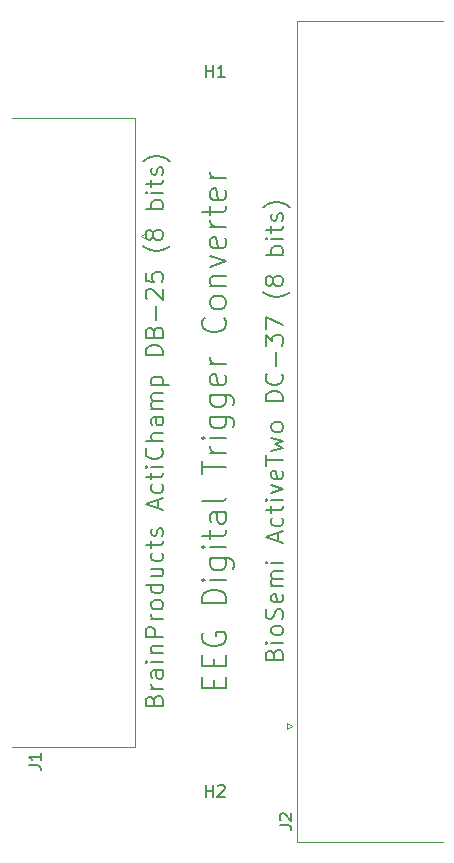
<source format=gbr>
%TF.GenerationSoftware,KiCad,Pcbnew,5.1.9-73d0e3b20d~88~ubuntu18.04.1*%
%TF.CreationDate,2021-09-13T22:15:05-04:00*%
%TF.ProjectId,adapter,61646170-7465-4722-9e6b-696361645f70,rev?*%
%TF.SameCoordinates,Original*%
%TF.FileFunction,Legend,Top*%
%TF.FilePolarity,Positive*%
%FSLAX46Y46*%
G04 Gerber Fmt 4.6, Leading zero omitted, Abs format (unit mm)*
G04 Created by KiCad (PCBNEW 5.1.9-73d0e3b20d~88~ubuntu18.04.1) date 2021-09-13 22:15:05*
%MOMM*%
%LPD*%
G01*
G04 APERTURE LIST*
%ADD10C,0.150000*%
%ADD11C,0.120000*%
G04 APERTURE END LIST*
D10*
X101457142Y-113154285D02*
X101457142Y-112487619D01*
X102504761Y-112201904D02*
X102504761Y-113154285D01*
X100504761Y-113154285D01*
X100504761Y-112201904D01*
X101457142Y-111344761D02*
X101457142Y-110678095D01*
X102504761Y-110392380D02*
X102504761Y-111344761D01*
X100504761Y-111344761D01*
X100504761Y-110392380D01*
X100600000Y-108487619D02*
X100504761Y-108678095D01*
X100504761Y-108963809D01*
X100600000Y-109249523D01*
X100790476Y-109440000D01*
X100980952Y-109535238D01*
X101361904Y-109630476D01*
X101647619Y-109630476D01*
X102028571Y-109535238D01*
X102219047Y-109440000D01*
X102409523Y-109249523D01*
X102504761Y-108963809D01*
X102504761Y-108773333D01*
X102409523Y-108487619D01*
X102314285Y-108392380D01*
X101647619Y-108392380D01*
X101647619Y-108773333D01*
X102504761Y-106011428D02*
X100504761Y-106011428D01*
X100504761Y-105535238D01*
X100600000Y-105249523D01*
X100790476Y-105059047D01*
X100980952Y-104963809D01*
X101361904Y-104868571D01*
X101647619Y-104868571D01*
X102028571Y-104963809D01*
X102219047Y-105059047D01*
X102409523Y-105249523D01*
X102504761Y-105535238D01*
X102504761Y-106011428D01*
X102504761Y-104011428D02*
X101171428Y-104011428D01*
X100504761Y-104011428D02*
X100600000Y-104106666D01*
X100695238Y-104011428D01*
X100600000Y-103916190D01*
X100504761Y-104011428D01*
X100695238Y-104011428D01*
X101171428Y-102201904D02*
X102790476Y-102201904D01*
X102980952Y-102297142D01*
X103076190Y-102392380D01*
X103171428Y-102582857D01*
X103171428Y-102868571D01*
X103076190Y-103059047D01*
X102409523Y-102201904D02*
X102504761Y-102392380D01*
X102504761Y-102773333D01*
X102409523Y-102963809D01*
X102314285Y-103059047D01*
X102123809Y-103154285D01*
X101552380Y-103154285D01*
X101361904Y-103059047D01*
X101266666Y-102963809D01*
X101171428Y-102773333D01*
X101171428Y-102392380D01*
X101266666Y-102201904D01*
X102504761Y-101249523D02*
X101171428Y-101249523D01*
X100504761Y-101249523D02*
X100600000Y-101344761D01*
X100695238Y-101249523D01*
X100600000Y-101154285D01*
X100504761Y-101249523D01*
X100695238Y-101249523D01*
X101171428Y-100582857D02*
X101171428Y-99820952D01*
X100504761Y-100297142D02*
X102219047Y-100297142D01*
X102409523Y-100201904D01*
X102504761Y-100011428D01*
X102504761Y-99820952D01*
X102504761Y-98297142D02*
X101457142Y-98297142D01*
X101266666Y-98392380D01*
X101171428Y-98582857D01*
X101171428Y-98963809D01*
X101266666Y-99154285D01*
X102409523Y-98297142D02*
X102504761Y-98487619D01*
X102504761Y-98963809D01*
X102409523Y-99154285D01*
X102219047Y-99249523D01*
X102028571Y-99249523D01*
X101838095Y-99154285D01*
X101742857Y-98963809D01*
X101742857Y-98487619D01*
X101647619Y-98297142D01*
X102504761Y-97059047D02*
X102409523Y-97249523D01*
X102219047Y-97344761D01*
X100504761Y-97344761D01*
X100504761Y-95059047D02*
X100504761Y-93916190D01*
X102504761Y-94487619D02*
X100504761Y-94487619D01*
X102504761Y-93249523D02*
X101171428Y-93249523D01*
X101552380Y-93249523D02*
X101361904Y-93154285D01*
X101266666Y-93059047D01*
X101171428Y-92868571D01*
X101171428Y-92678095D01*
X102504761Y-92011428D02*
X101171428Y-92011428D01*
X100504761Y-92011428D02*
X100600000Y-92106666D01*
X100695238Y-92011428D01*
X100600000Y-91916190D01*
X100504761Y-92011428D01*
X100695238Y-92011428D01*
X101171428Y-90201904D02*
X102790476Y-90201904D01*
X102980952Y-90297142D01*
X103076190Y-90392380D01*
X103171428Y-90582857D01*
X103171428Y-90868571D01*
X103076190Y-91059047D01*
X102409523Y-90201904D02*
X102504761Y-90392380D01*
X102504761Y-90773333D01*
X102409523Y-90963809D01*
X102314285Y-91059047D01*
X102123809Y-91154285D01*
X101552380Y-91154285D01*
X101361904Y-91059047D01*
X101266666Y-90963809D01*
X101171428Y-90773333D01*
X101171428Y-90392380D01*
X101266666Y-90201904D01*
X101171428Y-88392380D02*
X102790476Y-88392380D01*
X102980952Y-88487619D01*
X103076190Y-88582857D01*
X103171428Y-88773333D01*
X103171428Y-89059047D01*
X103076190Y-89249523D01*
X102409523Y-88392380D02*
X102504761Y-88582857D01*
X102504761Y-88963809D01*
X102409523Y-89154285D01*
X102314285Y-89249523D01*
X102123809Y-89344761D01*
X101552380Y-89344761D01*
X101361904Y-89249523D01*
X101266666Y-89154285D01*
X101171428Y-88963809D01*
X101171428Y-88582857D01*
X101266666Y-88392380D01*
X102409523Y-86678095D02*
X102504761Y-86868571D01*
X102504761Y-87249523D01*
X102409523Y-87440000D01*
X102219047Y-87535238D01*
X101457142Y-87535238D01*
X101266666Y-87440000D01*
X101171428Y-87249523D01*
X101171428Y-86868571D01*
X101266666Y-86678095D01*
X101457142Y-86582857D01*
X101647619Y-86582857D01*
X101838095Y-87535238D01*
X102504761Y-85725714D02*
X101171428Y-85725714D01*
X101552380Y-85725714D02*
X101361904Y-85630476D01*
X101266666Y-85535238D01*
X101171428Y-85344761D01*
X101171428Y-85154285D01*
X102314285Y-81820952D02*
X102409523Y-81916190D01*
X102504761Y-82201904D01*
X102504761Y-82392380D01*
X102409523Y-82678095D01*
X102219047Y-82868571D01*
X102028571Y-82963809D01*
X101647619Y-83059047D01*
X101361904Y-83059047D01*
X100980952Y-82963809D01*
X100790476Y-82868571D01*
X100600000Y-82678095D01*
X100504761Y-82392380D01*
X100504761Y-82201904D01*
X100600000Y-81916190D01*
X100695238Y-81820952D01*
X102504761Y-80678095D02*
X102409523Y-80868571D01*
X102314285Y-80963809D01*
X102123809Y-81059047D01*
X101552380Y-81059047D01*
X101361904Y-80963809D01*
X101266666Y-80868571D01*
X101171428Y-80678095D01*
X101171428Y-80392380D01*
X101266666Y-80201904D01*
X101361904Y-80106666D01*
X101552380Y-80011428D01*
X102123809Y-80011428D01*
X102314285Y-80106666D01*
X102409523Y-80201904D01*
X102504761Y-80392380D01*
X102504761Y-80678095D01*
X101171428Y-79154285D02*
X102504761Y-79154285D01*
X101361904Y-79154285D02*
X101266666Y-79059047D01*
X101171428Y-78868571D01*
X101171428Y-78582857D01*
X101266666Y-78392380D01*
X101457142Y-78297142D01*
X102504761Y-78297142D01*
X101171428Y-77535238D02*
X102504761Y-77059047D01*
X101171428Y-76582857D01*
X102409523Y-75059047D02*
X102504761Y-75249523D01*
X102504761Y-75630476D01*
X102409523Y-75820952D01*
X102219047Y-75916190D01*
X101457142Y-75916190D01*
X101266666Y-75820952D01*
X101171428Y-75630476D01*
X101171428Y-75249523D01*
X101266666Y-75059047D01*
X101457142Y-74963809D01*
X101647619Y-74963809D01*
X101838095Y-75916190D01*
X102504761Y-74106666D02*
X101171428Y-74106666D01*
X101552380Y-74106666D02*
X101361904Y-74011428D01*
X101266666Y-73916190D01*
X101171428Y-73725714D01*
X101171428Y-73535238D01*
X101171428Y-73154285D02*
X101171428Y-72392380D01*
X100504761Y-72868571D02*
X102219047Y-72868571D01*
X102409523Y-72773333D01*
X102504761Y-72582857D01*
X102504761Y-72392380D01*
X102409523Y-70963809D02*
X102504761Y-71154285D01*
X102504761Y-71535238D01*
X102409523Y-71725714D01*
X102219047Y-71820952D01*
X101457142Y-71820952D01*
X101266666Y-71725714D01*
X101171428Y-71535238D01*
X101171428Y-71154285D01*
X101266666Y-70963809D01*
X101457142Y-70868571D01*
X101647619Y-70868571D01*
X101838095Y-71820952D01*
X102504761Y-70011428D02*
X101171428Y-70011428D01*
X101552380Y-70011428D02*
X101361904Y-69916190D01*
X101266666Y-69820952D01*
X101171428Y-69630476D01*
X101171428Y-69440000D01*
X106572857Y-110332857D02*
X106644285Y-110118571D01*
X106715714Y-110047142D01*
X106858571Y-109975714D01*
X107072857Y-109975714D01*
X107215714Y-110047142D01*
X107287142Y-110118571D01*
X107358571Y-110261428D01*
X107358571Y-110832857D01*
X105858571Y-110832857D01*
X105858571Y-110332857D01*
X105930000Y-110190000D01*
X106001428Y-110118571D01*
X106144285Y-110047142D01*
X106287142Y-110047142D01*
X106430000Y-110118571D01*
X106501428Y-110190000D01*
X106572857Y-110332857D01*
X106572857Y-110832857D01*
X107358571Y-109332857D02*
X106358571Y-109332857D01*
X105858571Y-109332857D02*
X105930000Y-109404285D01*
X106001428Y-109332857D01*
X105930000Y-109261428D01*
X105858571Y-109332857D01*
X106001428Y-109332857D01*
X107358571Y-108404285D02*
X107287142Y-108547142D01*
X107215714Y-108618571D01*
X107072857Y-108690000D01*
X106644285Y-108690000D01*
X106501428Y-108618571D01*
X106430000Y-108547142D01*
X106358571Y-108404285D01*
X106358571Y-108190000D01*
X106430000Y-108047142D01*
X106501428Y-107975714D01*
X106644285Y-107904285D01*
X107072857Y-107904285D01*
X107215714Y-107975714D01*
X107287142Y-108047142D01*
X107358571Y-108190000D01*
X107358571Y-108404285D01*
X107287142Y-107332857D02*
X107358571Y-107118571D01*
X107358571Y-106761428D01*
X107287142Y-106618571D01*
X107215714Y-106547142D01*
X107072857Y-106475714D01*
X106930000Y-106475714D01*
X106787142Y-106547142D01*
X106715714Y-106618571D01*
X106644285Y-106761428D01*
X106572857Y-107047142D01*
X106501428Y-107190000D01*
X106430000Y-107261428D01*
X106287142Y-107332857D01*
X106144285Y-107332857D01*
X106001428Y-107261428D01*
X105930000Y-107190000D01*
X105858571Y-107047142D01*
X105858571Y-106690000D01*
X105930000Y-106475714D01*
X107287142Y-105261428D02*
X107358571Y-105404285D01*
X107358571Y-105690000D01*
X107287142Y-105832857D01*
X107144285Y-105904285D01*
X106572857Y-105904285D01*
X106430000Y-105832857D01*
X106358571Y-105690000D01*
X106358571Y-105404285D01*
X106430000Y-105261428D01*
X106572857Y-105190000D01*
X106715714Y-105190000D01*
X106858571Y-105904285D01*
X107358571Y-104547142D02*
X106358571Y-104547142D01*
X106501428Y-104547142D02*
X106430000Y-104475714D01*
X106358571Y-104332857D01*
X106358571Y-104118571D01*
X106430000Y-103975714D01*
X106572857Y-103904285D01*
X107358571Y-103904285D01*
X106572857Y-103904285D02*
X106430000Y-103832857D01*
X106358571Y-103690000D01*
X106358571Y-103475714D01*
X106430000Y-103332857D01*
X106572857Y-103261428D01*
X107358571Y-103261428D01*
X107358571Y-102547142D02*
X106358571Y-102547142D01*
X105858571Y-102547142D02*
X105930000Y-102618571D01*
X106001428Y-102547142D01*
X105930000Y-102475714D01*
X105858571Y-102547142D01*
X106001428Y-102547142D01*
X106930000Y-100761428D02*
X106930000Y-100047142D01*
X107358571Y-100904285D02*
X105858571Y-100404285D01*
X107358571Y-99904285D01*
X107287142Y-98761428D02*
X107358571Y-98904285D01*
X107358571Y-99190000D01*
X107287142Y-99332857D01*
X107215714Y-99404285D01*
X107072857Y-99475714D01*
X106644285Y-99475714D01*
X106501428Y-99404285D01*
X106430000Y-99332857D01*
X106358571Y-99190000D01*
X106358571Y-98904285D01*
X106430000Y-98761428D01*
X106358571Y-98332857D02*
X106358571Y-97761428D01*
X105858571Y-98118571D02*
X107144285Y-98118571D01*
X107287142Y-98047142D01*
X107358571Y-97904285D01*
X107358571Y-97761428D01*
X107358571Y-97261428D02*
X106358571Y-97261428D01*
X105858571Y-97261428D02*
X105930000Y-97332857D01*
X106001428Y-97261428D01*
X105930000Y-97190000D01*
X105858571Y-97261428D01*
X106001428Y-97261428D01*
X106358571Y-96690000D02*
X107358571Y-96332857D01*
X106358571Y-95975714D01*
X107287142Y-94832857D02*
X107358571Y-94975714D01*
X107358571Y-95261428D01*
X107287142Y-95404285D01*
X107144285Y-95475714D01*
X106572857Y-95475714D01*
X106430000Y-95404285D01*
X106358571Y-95261428D01*
X106358571Y-94975714D01*
X106430000Y-94832857D01*
X106572857Y-94761428D01*
X106715714Y-94761428D01*
X106858571Y-95475714D01*
X105858571Y-94332857D02*
X105858571Y-93475714D01*
X107358571Y-93904285D02*
X105858571Y-93904285D01*
X106358571Y-93118571D02*
X107358571Y-92832857D01*
X106644285Y-92547142D01*
X107358571Y-92261428D01*
X106358571Y-91975714D01*
X107358571Y-91190000D02*
X107287142Y-91332857D01*
X107215714Y-91404285D01*
X107072857Y-91475714D01*
X106644285Y-91475714D01*
X106501428Y-91404285D01*
X106430000Y-91332857D01*
X106358571Y-91190000D01*
X106358571Y-90975714D01*
X106430000Y-90832857D01*
X106501428Y-90761428D01*
X106644285Y-90690000D01*
X107072857Y-90690000D01*
X107215714Y-90761428D01*
X107287142Y-90832857D01*
X107358571Y-90975714D01*
X107358571Y-91190000D01*
X107358571Y-88904285D02*
X105858571Y-88904285D01*
X105858571Y-88547142D01*
X105930000Y-88332857D01*
X106072857Y-88190000D01*
X106215714Y-88118571D01*
X106501428Y-88047142D01*
X106715714Y-88047142D01*
X107001428Y-88118571D01*
X107144285Y-88190000D01*
X107287142Y-88332857D01*
X107358571Y-88547142D01*
X107358571Y-88904285D01*
X107215714Y-86547142D02*
X107287142Y-86618571D01*
X107358571Y-86832857D01*
X107358571Y-86975714D01*
X107287142Y-87190000D01*
X107144285Y-87332857D01*
X107001428Y-87404285D01*
X106715714Y-87475714D01*
X106501428Y-87475714D01*
X106215714Y-87404285D01*
X106072857Y-87332857D01*
X105930000Y-87190000D01*
X105858571Y-86975714D01*
X105858571Y-86832857D01*
X105930000Y-86618571D01*
X106001428Y-86547142D01*
X106787142Y-85904285D02*
X106787142Y-84761428D01*
X105858571Y-84190000D02*
X105858571Y-83261428D01*
X106430000Y-83761428D01*
X106430000Y-83547142D01*
X106501428Y-83404285D01*
X106572857Y-83332857D01*
X106715714Y-83261428D01*
X107072857Y-83261428D01*
X107215714Y-83332857D01*
X107287142Y-83404285D01*
X107358571Y-83547142D01*
X107358571Y-83975714D01*
X107287142Y-84118571D01*
X107215714Y-84190000D01*
X105858571Y-82761428D02*
X105858571Y-81761428D01*
X107358571Y-82404285D01*
X107930000Y-79618571D02*
X107858571Y-79690000D01*
X107644285Y-79832857D01*
X107501428Y-79904285D01*
X107287142Y-79975714D01*
X106930000Y-80047142D01*
X106644285Y-80047142D01*
X106287142Y-79975714D01*
X106072857Y-79904285D01*
X105930000Y-79832857D01*
X105715714Y-79690000D01*
X105644285Y-79618571D01*
X106501428Y-78832857D02*
X106430000Y-78975714D01*
X106358571Y-79047142D01*
X106215714Y-79118571D01*
X106144285Y-79118571D01*
X106001428Y-79047142D01*
X105930000Y-78975714D01*
X105858571Y-78832857D01*
X105858571Y-78547142D01*
X105930000Y-78404285D01*
X106001428Y-78332857D01*
X106144285Y-78261428D01*
X106215714Y-78261428D01*
X106358571Y-78332857D01*
X106430000Y-78404285D01*
X106501428Y-78547142D01*
X106501428Y-78832857D01*
X106572857Y-78975714D01*
X106644285Y-79047142D01*
X106787142Y-79118571D01*
X107072857Y-79118571D01*
X107215714Y-79047142D01*
X107287142Y-78975714D01*
X107358571Y-78832857D01*
X107358571Y-78547142D01*
X107287142Y-78404285D01*
X107215714Y-78332857D01*
X107072857Y-78261428D01*
X106787142Y-78261428D01*
X106644285Y-78332857D01*
X106572857Y-78404285D01*
X106501428Y-78547142D01*
X107358571Y-76475714D02*
X105858571Y-76475714D01*
X106430000Y-76475714D02*
X106358571Y-76332857D01*
X106358571Y-76047142D01*
X106430000Y-75904285D01*
X106501428Y-75832857D01*
X106644285Y-75761428D01*
X107072857Y-75761428D01*
X107215714Y-75832857D01*
X107287142Y-75904285D01*
X107358571Y-76047142D01*
X107358571Y-76332857D01*
X107287142Y-76475714D01*
X107358571Y-75118571D02*
X106358571Y-75118571D01*
X105858571Y-75118571D02*
X105930000Y-75190000D01*
X106001428Y-75118571D01*
X105930000Y-75047142D01*
X105858571Y-75118571D01*
X106001428Y-75118571D01*
X106358571Y-74618571D02*
X106358571Y-74047142D01*
X105858571Y-74404285D02*
X107144285Y-74404285D01*
X107287142Y-74332857D01*
X107358571Y-74190000D01*
X107358571Y-74047142D01*
X107287142Y-73618571D02*
X107358571Y-73475714D01*
X107358571Y-73190000D01*
X107287142Y-73047142D01*
X107144285Y-72975714D01*
X107072857Y-72975714D01*
X106930000Y-73047142D01*
X106858571Y-73190000D01*
X106858571Y-73404285D01*
X106787142Y-73547142D01*
X106644285Y-73618571D01*
X106572857Y-73618571D01*
X106430000Y-73547142D01*
X106358571Y-73404285D01*
X106358571Y-73190000D01*
X106430000Y-73047142D01*
X107930000Y-72475714D02*
X107858571Y-72404285D01*
X107644285Y-72261428D01*
X107501428Y-72190000D01*
X107287142Y-72118571D01*
X106930000Y-72047142D01*
X106644285Y-72047142D01*
X106287142Y-72118571D01*
X106072857Y-72190000D01*
X105930000Y-72261428D01*
X105715714Y-72404285D01*
X105644285Y-72475714D01*
X96412857Y-114225714D02*
X96484285Y-114011428D01*
X96555714Y-113940000D01*
X96698571Y-113868571D01*
X96912857Y-113868571D01*
X97055714Y-113940000D01*
X97127142Y-114011428D01*
X97198571Y-114154285D01*
X97198571Y-114725714D01*
X95698571Y-114725714D01*
X95698571Y-114225714D01*
X95770000Y-114082857D01*
X95841428Y-114011428D01*
X95984285Y-113940000D01*
X96127142Y-113940000D01*
X96270000Y-114011428D01*
X96341428Y-114082857D01*
X96412857Y-114225714D01*
X96412857Y-114725714D01*
X97198571Y-113225714D02*
X96198571Y-113225714D01*
X96484285Y-113225714D02*
X96341428Y-113154285D01*
X96270000Y-113082857D01*
X96198571Y-112940000D01*
X96198571Y-112797142D01*
X97198571Y-111654285D02*
X96412857Y-111654285D01*
X96270000Y-111725714D01*
X96198571Y-111868571D01*
X96198571Y-112154285D01*
X96270000Y-112297142D01*
X97127142Y-111654285D02*
X97198571Y-111797142D01*
X97198571Y-112154285D01*
X97127142Y-112297142D01*
X96984285Y-112368571D01*
X96841428Y-112368571D01*
X96698571Y-112297142D01*
X96627142Y-112154285D01*
X96627142Y-111797142D01*
X96555714Y-111654285D01*
X97198571Y-110940000D02*
X96198571Y-110940000D01*
X95698571Y-110940000D02*
X95770000Y-111011428D01*
X95841428Y-110940000D01*
X95770000Y-110868571D01*
X95698571Y-110940000D01*
X95841428Y-110940000D01*
X96198571Y-110225714D02*
X97198571Y-110225714D01*
X96341428Y-110225714D02*
X96270000Y-110154285D01*
X96198571Y-110011428D01*
X96198571Y-109797142D01*
X96270000Y-109654285D01*
X96412857Y-109582857D01*
X97198571Y-109582857D01*
X97198571Y-108868571D02*
X95698571Y-108868571D01*
X95698571Y-108297142D01*
X95770000Y-108154285D01*
X95841428Y-108082857D01*
X95984285Y-108011428D01*
X96198571Y-108011428D01*
X96341428Y-108082857D01*
X96412857Y-108154285D01*
X96484285Y-108297142D01*
X96484285Y-108868571D01*
X97198571Y-107368571D02*
X96198571Y-107368571D01*
X96484285Y-107368571D02*
X96341428Y-107297142D01*
X96270000Y-107225714D01*
X96198571Y-107082857D01*
X96198571Y-106940000D01*
X97198571Y-106225714D02*
X97127142Y-106368571D01*
X97055714Y-106440000D01*
X96912857Y-106511428D01*
X96484285Y-106511428D01*
X96341428Y-106440000D01*
X96270000Y-106368571D01*
X96198571Y-106225714D01*
X96198571Y-106011428D01*
X96270000Y-105868571D01*
X96341428Y-105797142D01*
X96484285Y-105725714D01*
X96912857Y-105725714D01*
X97055714Y-105797142D01*
X97127142Y-105868571D01*
X97198571Y-106011428D01*
X97198571Y-106225714D01*
X97198571Y-104440000D02*
X95698571Y-104440000D01*
X97127142Y-104440000D02*
X97198571Y-104582857D01*
X97198571Y-104868571D01*
X97127142Y-105011428D01*
X97055714Y-105082857D01*
X96912857Y-105154285D01*
X96484285Y-105154285D01*
X96341428Y-105082857D01*
X96270000Y-105011428D01*
X96198571Y-104868571D01*
X96198571Y-104582857D01*
X96270000Y-104440000D01*
X96198571Y-103082857D02*
X97198571Y-103082857D01*
X96198571Y-103725714D02*
X96984285Y-103725714D01*
X97127142Y-103654285D01*
X97198571Y-103511428D01*
X97198571Y-103297142D01*
X97127142Y-103154285D01*
X97055714Y-103082857D01*
X97127142Y-101725714D02*
X97198571Y-101868571D01*
X97198571Y-102154285D01*
X97127142Y-102297142D01*
X97055714Y-102368571D01*
X96912857Y-102440000D01*
X96484285Y-102440000D01*
X96341428Y-102368571D01*
X96270000Y-102297142D01*
X96198571Y-102154285D01*
X96198571Y-101868571D01*
X96270000Y-101725714D01*
X96198571Y-101297142D02*
X96198571Y-100725714D01*
X95698571Y-101082857D02*
X96984285Y-101082857D01*
X97127142Y-101011428D01*
X97198571Y-100868571D01*
X97198571Y-100725714D01*
X97127142Y-100297142D02*
X97198571Y-100154285D01*
X97198571Y-99868571D01*
X97127142Y-99725714D01*
X96984285Y-99654285D01*
X96912857Y-99654285D01*
X96770000Y-99725714D01*
X96698571Y-99868571D01*
X96698571Y-100082857D01*
X96627142Y-100225714D01*
X96484285Y-100297142D01*
X96412857Y-100297142D01*
X96270000Y-100225714D01*
X96198571Y-100082857D01*
X96198571Y-99868571D01*
X96270000Y-99725714D01*
X96770000Y-97940000D02*
X96770000Y-97225714D01*
X97198571Y-98082857D02*
X95698571Y-97582857D01*
X97198571Y-97082857D01*
X97127142Y-95940000D02*
X97198571Y-96082857D01*
X97198571Y-96368571D01*
X97127142Y-96511428D01*
X97055714Y-96582857D01*
X96912857Y-96654285D01*
X96484285Y-96654285D01*
X96341428Y-96582857D01*
X96270000Y-96511428D01*
X96198571Y-96368571D01*
X96198571Y-96082857D01*
X96270000Y-95940000D01*
X96198571Y-95511428D02*
X96198571Y-94940000D01*
X95698571Y-95297142D02*
X96984285Y-95297142D01*
X97127142Y-95225714D01*
X97198571Y-95082857D01*
X97198571Y-94940000D01*
X97198571Y-94440000D02*
X96198571Y-94440000D01*
X95698571Y-94440000D02*
X95770000Y-94511428D01*
X95841428Y-94440000D01*
X95770000Y-94368571D01*
X95698571Y-94440000D01*
X95841428Y-94440000D01*
X97055714Y-92868571D02*
X97127142Y-92940000D01*
X97198571Y-93154285D01*
X97198571Y-93297142D01*
X97127142Y-93511428D01*
X96984285Y-93654285D01*
X96841428Y-93725714D01*
X96555714Y-93797142D01*
X96341428Y-93797142D01*
X96055714Y-93725714D01*
X95912857Y-93654285D01*
X95770000Y-93511428D01*
X95698571Y-93297142D01*
X95698571Y-93154285D01*
X95770000Y-92940000D01*
X95841428Y-92868571D01*
X97198571Y-92225714D02*
X95698571Y-92225714D01*
X97198571Y-91582857D02*
X96412857Y-91582857D01*
X96270000Y-91654285D01*
X96198571Y-91797142D01*
X96198571Y-92011428D01*
X96270000Y-92154285D01*
X96341428Y-92225714D01*
X97198571Y-90225714D02*
X96412857Y-90225714D01*
X96270000Y-90297142D01*
X96198571Y-90440000D01*
X96198571Y-90725714D01*
X96270000Y-90868571D01*
X97127142Y-90225714D02*
X97198571Y-90368571D01*
X97198571Y-90725714D01*
X97127142Y-90868571D01*
X96984285Y-90940000D01*
X96841428Y-90940000D01*
X96698571Y-90868571D01*
X96627142Y-90725714D01*
X96627142Y-90368571D01*
X96555714Y-90225714D01*
X97198571Y-89511428D02*
X96198571Y-89511428D01*
X96341428Y-89511428D02*
X96270000Y-89440000D01*
X96198571Y-89297142D01*
X96198571Y-89082857D01*
X96270000Y-88940000D01*
X96412857Y-88868571D01*
X97198571Y-88868571D01*
X96412857Y-88868571D02*
X96270000Y-88797142D01*
X96198571Y-88654285D01*
X96198571Y-88440000D01*
X96270000Y-88297142D01*
X96412857Y-88225714D01*
X97198571Y-88225714D01*
X96198571Y-87511428D02*
X97698571Y-87511428D01*
X96270000Y-87511428D02*
X96198571Y-87368571D01*
X96198571Y-87082857D01*
X96270000Y-86940000D01*
X96341428Y-86868571D01*
X96484285Y-86797142D01*
X96912857Y-86797142D01*
X97055714Y-86868571D01*
X97127142Y-86940000D01*
X97198571Y-87082857D01*
X97198571Y-87368571D01*
X97127142Y-87511428D01*
X97198571Y-85011428D02*
X95698571Y-85011428D01*
X95698571Y-84654285D01*
X95770000Y-84440000D01*
X95912857Y-84297142D01*
X96055714Y-84225714D01*
X96341428Y-84154285D01*
X96555714Y-84154285D01*
X96841428Y-84225714D01*
X96984285Y-84297142D01*
X97127142Y-84440000D01*
X97198571Y-84654285D01*
X97198571Y-85011428D01*
X96412857Y-83011428D02*
X96484285Y-82797142D01*
X96555714Y-82725714D01*
X96698571Y-82654285D01*
X96912857Y-82654285D01*
X97055714Y-82725714D01*
X97127142Y-82797142D01*
X97198571Y-82940000D01*
X97198571Y-83511428D01*
X95698571Y-83511428D01*
X95698571Y-83011428D01*
X95770000Y-82868571D01*
X95841428Y-82797142D01*
X95984285Y-82725714D01*
X96127142Y-82725714D01*
X96270000Y-82797142D01*
X96341428Y-82868571D01*
X96412857Y-83011428D01*
X96412857Y-83511428D01*
X96627142Y-82011428D02*
X96627142Y-80868571D01*
X95841428Y-80225714D02*
X95770000Y-80154285D01*
X95698571Y-80011428D01*
X95698571Y-79654285D01*
X95770000Y-79511428D01*
X95841428Y-79440000D01*
X95984285Y-79368571D01*
X96127142Y-79368571D01*
X96341428Y-79440000D01*
X97198571Y-80297142D01*
X97198571Y-79368571D01*
X95698571Y-78011428D02*
X95698571Y-78725714D01*
X96412857Y-78797142D01*
X96341428Y-78725714D01*
X96270000Y-78582857D01*
X96270000Y-78225714D01*
X96341428Y-78082857D01*
X96412857Y-78011428D01*
X96555714Y-77940000D01*
X96912857Y-77940000D01*
X97055714Y-78011428D01*
X97127142Y-78082857D01*
X97198571Y-78225714D01*
X97198571Y-78582857D01*
X97127142Y-78725714D01*
X97055714Y-78797142D01*
X97770000Y-75725714D02*
X97698571Y-75797142D01*
X97484285Y-75940000D01*
X97341428Y-76011428D01*
X97127142Y-76082857D01*
X96770000Y-76154285D01*
X96484285Y-76154285D01*
X96127142Y-76082857D01*
X95912857Y-76011428D01*
X95770000Y-75940000D01*
X95555714Y-75797142D01*
X95484285Y-75725714D01*
X96341428Y-74940000D02*
X96270000Y-75082857D01*
X96198571Y-75154285D01*
X96055714Y-75225714D01*
X95984285Y-75225714D01*
X95841428Y-75154285D01*
X95770000Y-75082857D01*
X95698571Y-74940000D01*
X95698571Y-74654285D01*
X95770000Y-74511428D01*
X95841428Y-74440000D01*
X95984285Y-74368571D01*
X96055714Y-74368571D01*
X96198571Y-74440000D01*
X96270000Y-74511428D01*
X96341428Y-74654285D01*
X96341428Y-74940000D01*
X96412857Y-75082857D01*
X96484285Y-75154285D01*
X96627142Y-75225714D01*
X96912857Y-75225714D01*
X97055714Y-75154285D01*
X97127142Y-75082857D01*
X97198571Y-74940000D01*
X97198571Y-74654285D01*
X97127142Y-74511428D01*
X97055714Y-74440000D01*
X96912857Y-74368571D01*
X96627142Y-74368571D01*
X96484285Y-74440000D01*
X96412857Y-74511428D01*
X96341428Y-74654285D01*
X97198571Y-72582857D02*
X95698571Y-72582857D01*
X96270000Y-72582857D02*
X96198571Y-72440000D01*
X96198571Y-72154285D01*
X96270000Y-72011428D01*
X96341428Y-71940000D01*
X96484285Y-71868571D01*
X96912857Y-71868571D01*
X97055714Y-71940000D01*
X97127142Y-72011428D01*
X97198571Y-72154285D01*
X97198571Y-72440000D01*
X97127142Y-72582857D01*
X97198571Y-71225714D02*
X96198571Y-71225714D01*
X95698571Y-71225714D02*
X95770000Y-71297142D01*
X95841428Y-71225714D01*
X95770000Y-71154285D01*
X95698571Y-71225714D01*
X95841428Y-71225714D01*
X96198571Y-70725714D02*
X96198571Y-70154285D01*
X95698571Y-70511428D02*
X96984285Y-70511428D01*
X97127142Y-70440000D01*
X97198571Y-70297142D01*
X97198571Y-70154285D01*
X97127142Y-69725714D02*
X97198571Y-69582857D01*
X97198571Y-69297142D01*
X97127142Y-69154285D01*
X96984285Y-69082857D01*
X96912857Y-69082857D01*
X96770000Y-69154285D01*
X96698571Y-69297142D01*
X96698571Y-69511428D01*
X96627142Y-69654285D01*
X96484285Y-69725714D01*
X96412857Y-69725714D01*
X96270000Y-69654285D01*
X96198571Y-69511428D01*
X96198571Y-69297142D01*
X96270000Y-69154285D01*
X97770000Y-68582857D02*
X97698571Y-68511428D01*
X97484285Y-68368571D01*
X97341428Y-68297142D01*
X97127142Y-68225714D01*
X96770000Y-68154285D01*
X96484285Y-68154285D01*
X96127142Y-68225714D01*
X95912857Y-68297142D01*
X95770000Y-68368571D01*
X95555714Y-68511428D01*
X95484285Y-68582857D01*
D11*
%TO.C,J2*%
X120885000Y-126185000D02*
X108545000Y-126185000D01*
X108545000Y-126185000D02*
X108545000Y-56665000D01*
X108545000Y-56665000D02*
X120885000Y-56665000D01*
X107650662Y-116605000D02*
X107650662Y-116105000D01*
X107650662Y-116105000D02*
X108083675Y-116355000D01*
X108083675Y-116355000D02*
X107650662Y-116605000D01*
%TO.C,J1*%
X95296325Y-74930000D02*
X95729338Y-74680000D01*
X95729338Y-75180000D02*
X95296325Y-74930000D01*
X95729338Y-74680000D02*
X95729338Y-75180000D01*
X94835000Y-118160000D02*
X84355000Y-118160000D01*
X94835000Y-64940000D02*
X94835000Y-118160000D01*
X84355000Y-64940000D02*
X94835000Y-64940000D01*
%TO.C,H2*%
D10*
X100838095Y-122372380D02*
X100838095Y-121372380D01*
X100838095Y-121848571D02*
X101409523Y-121848571D01*
X101409523Y-122372380D02*
X101409523Y-121372380D01*
X101838095Y-121467619D02*
X101885714Y-121420000D01*
X101980952Y-121372380D01*
X102219047Y-121372380D01*
X102314285Y-121420000D01*
X102361904Y-121467619D01*
X102409523Y-121562857D01*
X102409523Y-121658095D01*
X102361904Y-121800952D01*
X101790476Y-122372380D01*
X102409523Y-122372380D01*
%TO.C,H1*%
X100838095Y-61412380D02*
X100838095Y-60412380D01*
X100838095Y-60888571D02*
X101409523Y-60888571D01*
X101409523Y-61412380D02*
X101409523Y-60412380D01*
X102409523Y-61412380D02*
X101838095Y-61412380D01*
X102123809Y-61412380D02*
X102123809Y-60412380D01*
X102028571Y-60555238D01*
X101933333Y-60650476D01*
X101838095Y-60698095D01*
%TO.C,J2*%
X107057380Y-124793333D02*
X107771666Y-124793333D01*
X107914523Y-124840952D01*
X108009761Y-124936190D01*
X108057380Y-125079047D01*
X108057380Y-125174285D01*
X107152619Y-124364761D02*
X107105000Y-124317142D01*
X107057380Y-124221904D01*
X107057380Y-123983809D01*
X107105000Y-123888571D01*
X107152619Y-123840952D01*
X107247857Y-123793333D01*
X107343095Y-123793333D01*
X107485952Y-123840952D01*
X108057380Y-124412380D01*
X108057380Y-123793333D01*
%TO.C,J1*%
X85812380Y-119713333D02*
X86526666Y-119713333D01*
X86669523Y-119760952D01*
X86764761Y-119856190D01*
X86812380Y-119999047D01*
X86812380Y-120094285D01*
X86812380Y-118713333D02*
X86812380Y-119284761D01*
X86812380Y-118999047D02*
X85812380Y-118999047D01*
X85955238Y-119094285D01*
X86050476Y-119189523D01*
X86098095Y-119284761D01*
%TD*%
M02*

</source>
